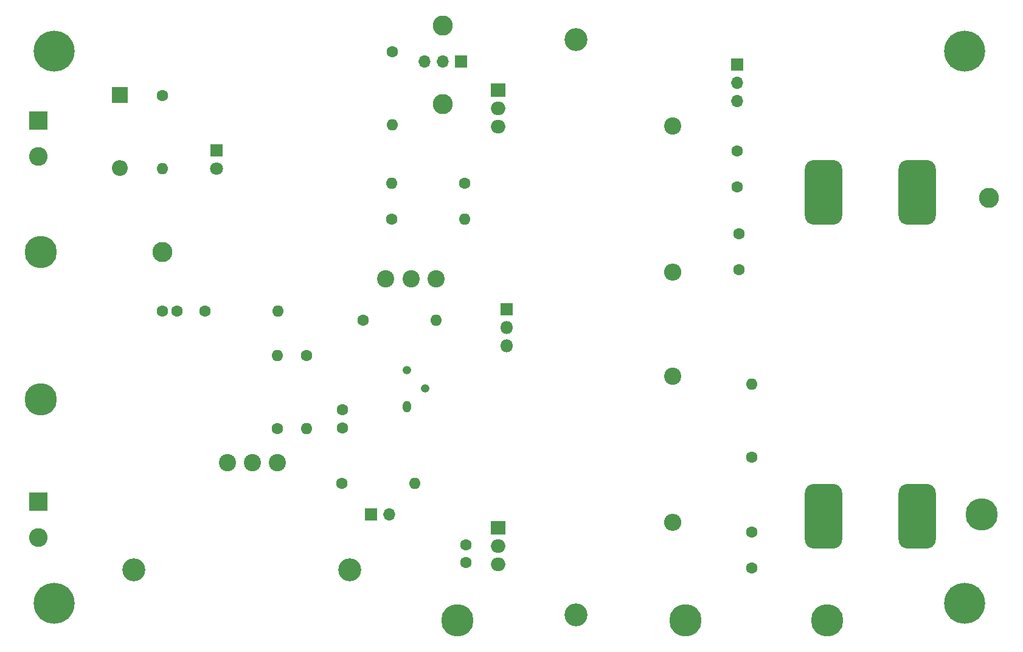
<source format=gbr>
%TF.GenerationSoftware,KiCad,Pcbnew,(7.0.0)*%
%TF.CreationDate,2023-03-04T17:30:07+02:00*%
%TF.ProjectId,amplif de putere,616d706c-6966-4206-9465-207075746572,rev?*%
%TF.SameCoordinates,Original*%
%TF.FileFunction,Soldermask,Top*%
%TF.FilePolarity,Negative*%
%FSLAX46Y46*%
G04 Gerber Fmt 4.6, Leading zero omitted, Abs format (unit mm)*
G04 Created by KiCad (PCBNEW (7.0.0)) date 2023-03-04 17:30:07*
%MOMM*%
%LPD*%
G01*
G04 APERTURE LIST*
G04 Aperture macros list*
%AMRoundRect*
0 Rectangle with rounded corners*
0 $1 Rounding radius*
0 $2 $3 $4 $5 $6 $7 $8 $9 X,Y pos of 4 corners*
0 Add a 4 corners polygon primitive as box body*
4,1,4,$2,$3,$4,$5,$6,$7,$8,$9,$2,$3,0*
0 Add four circle primitives for the rounded corners*
1,1,$1+$1,$2,$3*
1,1,$1+$1,$4,$5*
1,1,$1+$1,$6,$7*
1,1,$1+$1,$8,$9*
0 Add four rect primitives between the rounded corners*
20,1,$1+$1,$2,$3,$4,$5,0*
20,1,$1+$1,$4,$5,$6,$7,0*
20,1,$1+$1,$6,$7,$8,$9,0*
20,1,$1+$1,$8,$9,$2,$3,0*%
G04 Aperture macros list end*
%ADD10R,1.800000X1.800000*%
%ADD11C,1.800000*%
%ADD12C,1.600000*%
%ADD13O,1.600000X1.600000*%
%ADD14C,5.700000*%
%ADD15C,3.600000*%
%ADD16C,2.400000*%
%ADD17C,4.500000*%
%ADD18O,2.400000X2.400000*%
%ADD19C,3.200000*%
%ADD20R,1.700000X1.700000*%
%ADD21O,1.700000X1.700000*%
%ADD22C,2.800000*%
%ADD23RoundRect,1.300000X1.300000X-3.200000X1.300000X3.200000X-1.300000X3.200000X-1.300000X-3.200000X0*%
%ADD24R,2.000000X1.905000*%
%ADD25O,2.000000X1.905000*%
%ADD26R,2.600000X2.600000*%
%ADD27C,2.600000*%
%ADD28R,2.200000X2.200000*%
%ADD29O,2.200000X2.200000*%
%ADD30O,1.800000X1.800000*%
%ADD31O,1.200000X1.600000*%
%ADD32O,1.200000X1.200000*%
G04 APERTURE END LIST*
D10*
%TO.C,D1*%
X110485874Y-70368924D03*
D11*
X110485875Y-72908925D03*
%TD*%
D12*
%TO.C,C3*%
X183250000Y-87000000D03*
X183250000Y-82000000D03*
%TD*%
%TO.C,R2*%
X119000000Y-109080000D03*
D13*
X118999999Y-98919999D03*
%TD*%
D14*
%TO.C,H1*%
X214680000Y-133400000D03*
D15*
X214680000Y-133400000D03*
%TD*%
D16*
%TO.C,P2*%
X118989602Y-113802184D03*
X115489602Y-113802184D03*
X111989602Y-113802184D03*
%TD*%
D14*
%TO.C,H3*%
X214680000Y-56600000D03*
D15*
X214680000Y-56600000D03*
%TD*%
D17*
%TO.C,TP8*%
X144000000Y-135750000D03*
%TD*%
D14*
%TO.C,H4*%
X87880000Y-133400000D03*
D15*
X87880000Y-133400000D03*
%TD*%
D16*
%TO.C,R9*%
X174000000Y-101840000D03*
D18*
X173999999Y-122159999D03*
%TD*%
D19*
%TO.C,H7*%
X160500000Y-55000000D03*
%TD*%
D16*
%TO.C,R8*%
X174000000Y-67000000D03*
D18*
X173999999Y-87319999D03*
%TD*%
D17*
%TO.C,TP7*%
X217000000Y-121000000D03*
%TD*%
D12*
%TO.C,R4*%
X130920000Y-94000000D03*
D13*
X141079999Y-93999999D03*
%TD*%
D20*
%TO.C,J1*%
X182999999Y-58474999D03*
D21*
X182999999Y-61014999D03*
X182999999Y-63554999D03*
%TD*%
D17*
%TO.C,TP6*%
X86000000Y-105000000D03*
%TD*%
D22*
%TO.C,TP4*%
X218000000Y-77000000D03*
%TD*%
D23*
%TO.C,RL2*%
X208000000Y-121250000D03*
X208000000Y-76250000D03*
%TD*%
D17*
%TO.C,TP9*%
X175750000Y-135750000D03*
%TD*%
D12*
%TO.C,C1*%
X103000000Y-92750000D03*
X105000000Y-92750000D03*
%TD*%
%TO.C,R7*%
X135000000Y-56670000D03*
D13*
X134999999Y-66829999D03*
%TD*%
D22*
%TO.C,TP2*%
X142000000Y-53000000D03*
%TD*%
D12*
%TO.C,R1*%
X108920000Y-92750000D03*
D13*
X119079999Y-92749999D03*
%TD*%
D12*
%TO.C,R10*%
X103000000Y-62744485D03*
D13*
X102999999Y-72904484D03*
%TD*%
D24*
%TO.C,Q3*%
X149729999Y-122919999D03*
D25*
X149729999Y-125459999D03*
X149729999Y-127999999D03*
%TD*%
D26*
%TO.C,J5*%
X85694999Y-119249999D03*
D27*
X85695000Y-124250000D03*
%TD*%
D16*
%TO.C,P1*%
X134055906Y-88264202D03*
X137555906Y-88264202D03*
X141055906Y-88264202D03*
%TD*%
D12*
%TO.C,Rcmp2*%
X185000000Y-113080000D03*
D13*
X184999999Y-102919999D03*
%TD*%
D22*
%TO.C,TP1*%
X103000000Y-84500000D03*
%TD*%
D12*
%TO.C,C2*%
X183000000Y-75500000D03*
X183000000Y-70500000D03*
%TD*%
D19*
%TO.C,H5*%
X129000000Y-128750000D03*
%TD*%
D28*
%TO.C,D2*%
X96999999Y-62669999D03*
D29*
X96999999Y-72829999D03*
%TD*%
D12*
%TO.C,R5*%
X134920000Y-80000000D03*
D13*
X145079999Y-79999999D03*
%TD*%
D14*
%TO.C,H2*%
X87880000Y-56600000D03*
D15*
X87880000Y-56600000D03*
%TD*%
D12*
%TO.C,Ccmp2*%
X145250000Y-127750000D03*
X145250000Y-125250000D03*
%TD*%
%TO.C,R6*%
X145080000Y-75000000D03*
D13*
X134919999Y-74999999D03*
%TD*%
D10*
%TO.C,Q4*%
X150879999Y-92459999D03*
D30*
X150879999Y-94999999D03*
X150879999Y-97539999D03*
%TD*%
D12*
%TO.C,R3*%
X123000000Y-98920000D03*
D13*
X122999999Y-109079999D03*
%TD*%
D17*
%TO.C,TP5*%
X195500000Y-135750000D03*
%TD*%
D19*
%TO.C,H6*%
X160500000Y-135000000D03*
%TD*%
D20*
%TO.C,J3*%
X131999999Y-120999999D03*
D21*
X134539999Y-120999999D03*
%TD*%
D12*
%TO.C,Ccmp3*%
X185000000Y-128500000D03*
X185000000Y-123500000D03*
%TD*%
D26*
%TO.C,J4*%
X85694999Y-66249999D03*
D27*
X85695000Y-71250000D03*
%TD*%
D20*
%TO.C,J2*%
X144499999Y-57999999D03*
D21*
X141959999Y-57999999D03*
X139419999Y-57999999D03*
%TD*%
D23*
%TO.C,RL1*%
X195000000Y-121250000D03*
X195000000Y-76250000D03*
%TD*%
D22*
%TO.C,TP3*%
X141975000Y-64000000D03*
%TD*%
D17*
%TO.C,J6*%
X86029188Y-84500000D03*
%TD*%
D12*
%TO.C,Rcmp1*%
X127920000Y-116750000D03*
D13*
X138079999Y-116749999D03*
%TD*%
D19*
%TO.C,H8*%
X99000000Y-128750000D03*
%TD*%
D12*
%TO.C,Ccmp1*%
X128000000Y-109000000D03*
X128000000Y-106500000D03*
%TD*%
D31*
%TO.C,Q1*%
X136999999Y-105999999D03*
D32*
X139539999Y-103459999D03*
X136999999Y-100919999D03*
%TD*%
D24*
%TO.C,Q2*%
X149729999Y-61999999D03*
D25*
X149729999Y-64539999D03*
X149729999Y-67079999D03*
%TD*%
M02*

</source>
